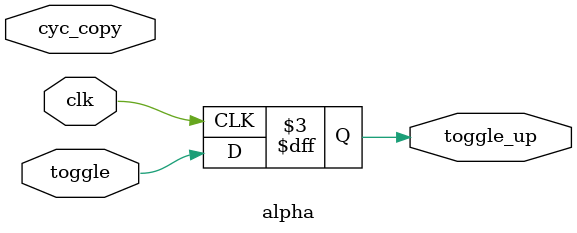
<source format=v>
module alpha (
   toggle_up,
   clk, toggle, cyc_copy
   );
   input clk;
   input toggle;
   input [7:0] cyc_copy;
   reg 	       toggle_internal;
   output reg  toggle_up;
   always @ (posedge clk) begin
      toggle_internal <= toggle;
      toggle_up       <= toggle;
   end
endmodule
</source>
